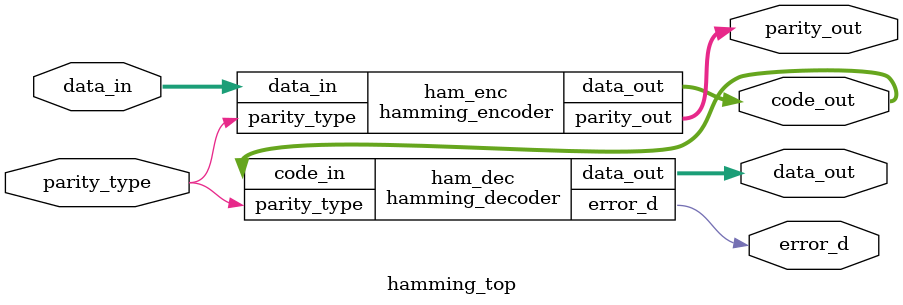
<source format=v>
module hamming_encoder(
  input [4:1] data_in,
  input parity_type,
  output [7:1] data_out,
  output [3:1] parity_out
);
  
  wire p1,p2,p3;
  
  assign p1 = data_in[1]^data_in[2]^data_in[3]^parity_type;
  assign p2 = data_in[1]^data_in[3]^data_in[4]^parity_type;
  assign p3 = data_in[2]^data_in[3]^data_in[4]^parity_type;
  
  assign data_out = {data_in[4],data_in[3],data_in[2],p3,data_in[1],p2,p1};
  
  assign parity_out = {p3,p2,p1};
  
endmodule

module hamming_decoder(
  input [7:1] code_in,
  input parity_type,
  output [4:1] data_out,
  output reg error_d
);
  
  wire s1,s2,s3;
  
  assign s1 = code_in[1]^code_in[3]^code_in[5]^code_in[7]^parity_type;
  assign s2 = code_in[2]^code_in[3]^code_in[6]^code_in[7]^parity_type;
  assign s3 = code_in[4]^code_in[5]^code_in[6]^code_in[7]^parity_type;
  
  wire [2:0]error_pos;
  assign error_pos = {s3,s2,s1};
  
  reg [7:1]corrected_code;
  
  always @(*)
    begin
      corrected_code = code_in;
      if(error_pos != 3'b000)
        begin
          corrected_code[error_pos] = ~corrected_code[error_pos];
          error_d = 1;
        end
      else
        error_d = 0;
    end
  
  assign data_out = {corrected_code[7],corrected_code[6],corrected_code[5],corrected_code[3]};
endmodule


module hamming_top(
  input [4:1] data_in,
  input parity_type,
  output [7:1] code_out,
  output [4:1] data_out,
  output error_d,
  output [3:1] parity_out
);
  
  hamming_encoder ham_enc(.data_in(data_in),
                          .parity_type(parity_type),
                          .data_out(code_out),
                          .parity_out(parity_out)
                         );
  
  hamming_decoder ham_dec(.code_in(code_out),
                          .parity_type(parity_type),
                          .data_out(data_out),
                          .error_d(error_d)
                         );
  
endmodule

</source>
